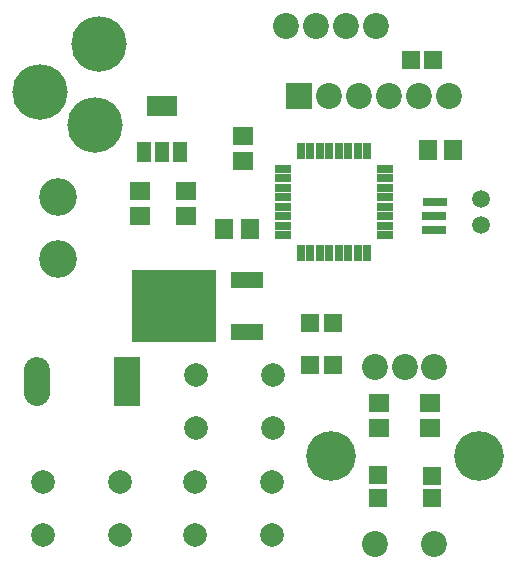
<source format=gbr>
%FSLAX34Y34*%
%MOMM*%
%LNSOLDERMASK_BOTTOM*%
G71*
G01*
%ADD10C,4.700*%
%ADD11C,3.200*%
%ADD12C,2.200*%
%ADD13C,4.200*%
%ADD14R,1.600X1.500*%
%ADD15R,1.800X1.500*%
%ADD16C,2.200*%
%ADD17R,1.470X0.759*%
%ADD18R,0.759X1.470*%
%ADD19R,1.500X1.800*%
%ADD20R,2.100X0.800*%
%ADD21C,1.500*%
%ADD22R,1.500X1.600*%
%ADD23R,7.200X6.200*%
%ADD24R,2.740X1.470*%
%ADD25R,1.200X1.800*%
%ADD26R,2.600X1.800*%
%ADD27C,2.000*%
%LPD*%
X80486Y375347D02*
G54D10*
D03*
X83661Y443609D02*
G54D10*
D03*
X48956Y262092D02*
G54D11*
D03*
X48956Y314092D02*
G54D11*
D03*
X33651Y403582D02*
G54D10*
D03*
X367517Y170289D02*
G54D12*
D03*
X317517Y170289D02*
G54D12*
D03*
X342517Y170289D02*
G54D12*
D03*
X367517Y20289D02*
G54D12*
D03*
X317517Y20289D02*
G54D12*
D03*
X405018Y95289D02*
G54D13*
D03*
X280018Y95289D02*
G54D13*
D03*
X365702Y59406D02*
G54D14*
D03*
X365702Y78406D02*
G54D14*
D03*
X320061Y59803D02*
G54D14*
D03*
X320061Y78803D02*
G54D14*
D03*
X320855Y118938D02*
G54D15*
D03*
X320855Y140319D02*
G54D15*
D03*
X363718Y118938D02*
G54D15*
D03*
X363718Y140319D02*
G54D15*
D03*
G54D16*
X31058Y168141D02*
X31058Y148141D01*
G36*
X118057Y179141D02*
X118057Y137141D01*
X96057Y137141D01*
X96057Y179141D01*
X118057Y179141D01*
G37*
X318254Y458963D02*
G54D12*
D03*
X292854Y458963D02*
G54D12*
D03*
X267454Y458963D02*
G54D12*
D03*
X242055Y458962D02*
G54D12*
D03*
X325442Y338218D02*
G54D17*
D03*
X325442Y330217D02*
G54D17*
D03*
X325443Y322216D02*
G54D17*
D03*
X325442Y314215D02*
G54D17*
D03*
X325443Y306214D02*
G54D17*
D03*
X325442Y298213D02*
G54D17*
D03*
X325442Y290212D02*
G54D17*
D03*
X325442Y282211D02*
G54D17*
D03*
X239590Y282211D02*
G54D17*
D03*
X239590Y290212D02*
G54D17*
D03*
X239590Y298213D02*
G54D17*
D03*
X239590Y306214D02*
G54D17*
D03*
X239591Y314215D02*
G54D17*
D03*
X239590Y322216D02*
G54D17*
D03*
X239590Y330217D02*
G54D17*
D03*
X239590Y338218D02*
G54D17*
D03*
X254526Y353153D02*
G54D18*
D03*
X262527Y353153D02*
G54D18*
D03*
X270528Y353153D02*
G54D18*
D03*
X278529Y353153D02*
G54D18*
D03*
X286530Y353153D02*
G54D18*
D03*
X294531Y353153D02*
G54D18*
D03*
X302532Y353153D02*
G54D18*
D03*
X310533Y353153D02*
G54D18*
D03*
X310533Y267301D02*
G54D18*
D03*
X302532Y267301D02*
G54D18*
D03*
X294531Y267301D02*
G54D18*
D03*
X286530Y267301D02*
G54D18*
D03*
X278529Y267301D02*
G54D18*
D03*
X270528Y267301D02*
G54D18*
D03*
X262527Y267301D02*
G54D18*
D03*
X254526Y267301D02*
G54D18*
D03*
G36*
X242180Y389214D02*
X242180Y411214D01*
X264180Y411214D01*
X264180Y389214D01*
X242180Y389214D01*
G37*
X278579Y400214D02*
G54D12*
D03*
X303980Y400213D02*
G54D12*
D03*
X329380Y400213D02*
G54D12*
D03*
X354780Y400213D02*
G54D12*
D03*
X380180Y400213D02*
G54D12*
D03*
X361882Y354512D02*
G54D19*
D03*
X383263Y354512D02*
G54D19*
D03*
X367388Y286647D02*
G54D20*
D03*
X367388Y298553D02*
G54D20*
D03*
X367784Y310459D02*
G54D20*
D03*
X407074Y290616D02*
G54D21*
D03*
X406703Y312814D02*
G54D21*
D03*
X366569Y430687D02*
G54D22*
D03*
X347569Y430687D02*
G54D22*
D03*
X205808Y345088D02*
G54D15*
D03*
X205807Y366470D02*
G54D15*
D03*
X262378Y207924D02*
G54D22*
D03*
X281378Y207924D02*
G54D22*
D03*
X118336Y319551D02*
G54D15*
D03*
X118336Y298170D02*
G54D15*
D03*
X157428Y319551D02*
G54D15*
D03*
X157428Y298170D02*
G54D15*
D03*
X146964Y222187D02*
G54D23*
D03*
X208454Y244487D02*
G54D24*
D03*
X208454Y199986D02*
G54D24*
D03*
X281380Y172206D02*
G54D22*
D03*
X262380Y172206D02*
G54D22*
D03*
X152141Y352876D02*
G54D25*
D03*
X137042Y352876D02*
G54D25*
D03*
X121941Y352876D02*
G54D25*
D03*
X137042Y391776D02*
G54D26*
D03*
X189795Y287454D02*
G54D19*
D03*
X211176Y287454D02*
G54D19*
D03*
X101537Y73010D02*
G54D27*
D03*
X36513Y73010D02*
G54D27*
D03*
X36513Y28001D02*
G54D27*
D03*
X101537Y28002D02*
G54D27*
D03*
X165100Y73010D02*
G54D27*
D03*
X230124Y73010D02*
G54D27*
D03*
X230124Y28001D02*
G54D27*
D03*
X165101Y28002D02*
G54D27*
D03*
X165562Y163468D02*
G54D27*
D03*
X230586Y163468D02*
G54D27*
D03*
X230586Y118459D02*
G54D27*
D03*
X165562Y118460D02*
G54D27*
D03*
M02*

</source>
